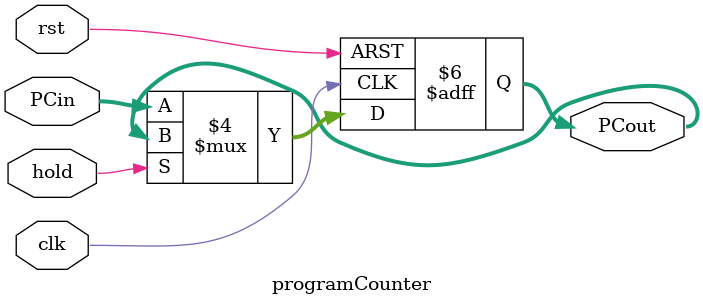
<source format=v>
module programCounter (clk, rst, PCin, PCout, hold);
	
	//inputs
	input clk, rst, hold;
	input [9:0] PCin;
	
	//outputs 
	output reg [9:0] PCout;
	
	//Counter logic
	always@(posedge clk, negedge rst) begin
		if(~rst) begin
			PCout <= 10'd0;// should be all 0's maybe?
		end
		
		else if(~hold) PCout <= PCin;
			
		
	end
	
endmodule

</source>
